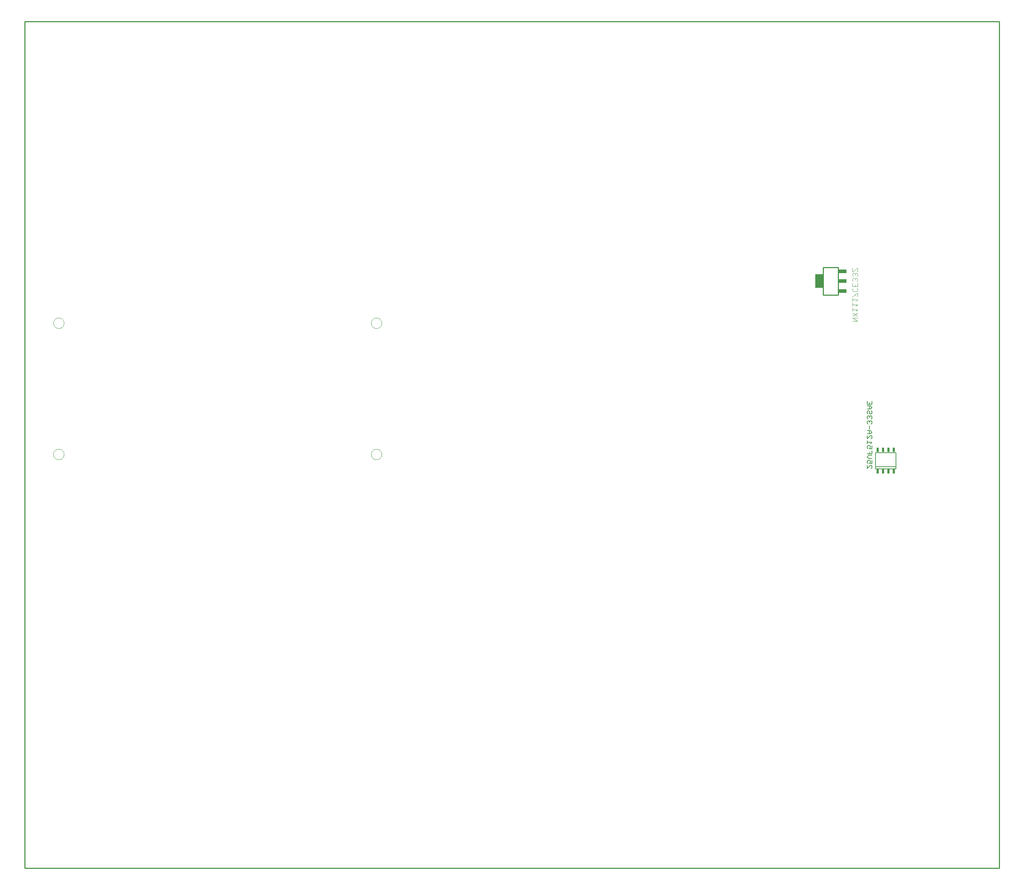
<source format=gbr>
G75*
%MOIN*%
%OFA0B0*%
%FSLAX24Y24*%
%IPPOS*%
%LPD*%
%AMOC8*
5,1,8,0,0,1.08239X$1,22.5*
%
%ADD10C,0.0100*%
%ADD11C,0.0000*%
%ADD12C,0.0080*%
%ADD13R,0.0193X0.0433*%
%ADD14C,0.0050*%
%ADD15R,0.0730X0.1260*%
%ADD16R,0.0730X0.0340*%
%ADD17C,0.0040*%
D10*
X002450Y003050D02*
X002450Y081790D01*
X093001Y081790D01*
X093001Y003050D01*
X002450Y003050D01*
X076650Y056360D02*
X078050Y056360D01*
X078050Y058940D01*
X076650Y058940D01*
X076650Y056360D01*
D11*
X034622Y053752D02*
X034624Y053796D01*
X034630Y053840D01*
X034640Y053883D01*
X034653Y053925D01*
X034671Y053965D01*
X034692Y054004D01*
X034716Y054041D01*
X034743Y054076D01*
X034774Y054108D01*
X034807Y054137D01*
X034843Y054163D01*
X034881Y054185D01*
X034921Y054204D01*
X034962Y054220D01*
X035005Y054232D01*
X035048Y054240D01*
X035092Y054244D01*
X035136Y054244D01*
X035180Y054240D01*
X035223Y054232D01*
X035266Y054220D01*
X035307Y054204D01*
X035347Y054185D01*
X035385Y054163D01*
X035421Y054137D01*
X035454Y054108D01*
X035485Y054076D01*
X035512Y054041D01*
X035536Y054004D01*
X035557Y053965D01*
X035575Y053925D01*
X035588Y053883D01*
X035598Y053840D01*
X035604Y053796D01*
X035606Y053752D01*
X035604Y053708D01*
X035598Y053664D01*
X035588Y053621D01*
X035575Y053579D01*
X035557Y053539D01*
X035536Y053500D01*
X035512Y053463D01*
X035485Y053428D01*
X035454Y053396D01*
X035421Y053367D01*
X035385Y053341D01*
X035347Y053319D01*
X035307Y053300D01*
X035266Y053284D01*
X035223Y053272D01*
X035180Y053264D01*
X035136Y053260D01*
X035092Y053260D01*
X035048Y053264D01*
X035005Y053272D01*
X034962Y053284D01*
X034921Y053300D01*
X034881Y053319D01*
X034843Y053341D01*
X034807Y053367D01*
X034774Y053396D01*
X034743Y053428D01*
X034716Y053463D01*
X034692Y053500D01*
X034671Y053539D01*
X034653Y053579D01*
X034640Y053621D01*
X034630Y053664D01*
X034624Y053708D01*
X034622Y053752D01*
X034622Y041548D02*
X034624Y041592D01*
X034630Y041636D01*
X034640Y041679D01*
X034653Y041721D01*
X034671Y041761D01*
X034692Y041800D01*
X034716Y041837D01*
X034743Y041872D01*
X034774Y041904D01*
X034807Y041933D01*
X034843Y041959D01*
X034881Y041981D01*
X034921Y042000D01*
X034962Y042016D01*
X035005Y042028D01*
X035048Y042036D01*
X035092Y042040D01*
X035136Y042040D01*
X035180Y042036D01*
X035223Y042028D01*
X035266Y042016D01*
X035307Y042000D01*
X035347Y041981D01*
X035385Y041959D01*
X035421Y041933D01*
X035454Y041904D01*
X035485Y041872D01*
X035512Y041837D01*
X035536Y041800D01*
X035557Y041761D01*
X035575Y041721D01*
X035588Y041679D01*
X035598Y041636D01*
X035604Y041592D01*
X035606Y041548D01*
X035604Y041504D01*
X035598Y041460D01*
X035588Y041417D01*
X035575Y041375D01*
X035557Y041335D01*
X035536Y041296D01*
X035512Y041259D01*
X035485Y041224D01*
X035454Y041192D01*
X035421Y041163D01*
X035385Y041137D01*
X035347Y041115D01*
X035307Y041096D01*
X035266Y041080D01*
X035223Y041068D01*
X035180Y041060D01*
X035136Y041056D01*
X035092Y041056D01*
X035048Y041060D01*
X035005Y041068D01*
X034962Y041080D01*
X034921Y041096D01*
X034881Y041115D01*
X034843Y041137D01*
X034807Y041163D01*
X034774Y041192D01*
X034743Y041224D01*
X034716Y041259D01*
X034692Y041296D01*
X034671Y041335D01*
X034653Y041375D01*
X034640Y041417D01*
X034630Y041460D01*
X034624Y041504D01*
X034622Y041548D01*
X005094Y041548D02*
X005096Y041592D01*
X005102Y041636D01*
X005112Y041679D01*
X005125Y041721D01*
X005143Y041761D01*
X005164Y041800D01*
X005188Y041837D01*
X005215Y041872D01*
X005246Y041904D01*
X005279Y041933D01*
X005315Y041959D01*
X005353Y041981D01*
X005393Y042000D01*
X005434Y042016D01*
X005477Y042028D01*
X005520Y042036D01*
X005564Y042040D01*
X005608Y042040D01*
X005652Y042036D01*
X005695Y042028D01*
X005738Y042016D01*
X005779Y042000D01*
X005819Y041981D01*
X005857Y041959D01*
X005893Y041933D01*
X005926Y041904D01*
X005957Y041872D01*
X005984Y041837D01*
X006008Y041800D01*
X006029Y041761D01*
X006047Y041721D01*
X006060Y041679D01*
X006070Y041636D01*
X006076Y041592D01*
X006078Y041548D01*
X006076Y041504D01*
X006070Y041460D01*
X006060Y041417D01*
X006047Y041375D01*
X006029Y041335D01*
X006008Y041296D01*
X005984Y041259D01*
X005957Y041224D01*
X005926Y041192D01*
X005893Y041163D01*
X005857Y041137D01*
X005819Y041115D01*
X005779Y041096D01*
X005738Y041080D01*
X005695Y041068D01*
X005652Y041060D01*
X005608Y041056D01*
X005564Y041056D01*
X005520Y041060D01*
X005477Y041068D01*
X005434Y041080D01*
X005393Y041096D01*
X005353Y041115D01*
X005315Y041137D01*
X005279Y041163D01*
X005246Y041192D01*
X005215Y041224D01*
X005188Y041259D01*
X005164Y041296D01*
X005143Y041335D01*
X005125Y041375D01*
X005112Y041417D01*
X005102Y041460D01*
X005096Y041504D01*
X005094Y041548D01*
X005094Y053752D02*
X005096Y053796D01*
X005102Y053840D01*
X005112Y053883D01*
X005125Y053925D01*
X005143Y053965D01*
X005164Y054004D01*
X005188Y054041D01*
X005215Y054076D01*
X005246Y054108D01*
X005279Y054137D01*
X005315Y054163D01*
X005353Y054185D01*
X005393Y054204D01*
X005434Y054220D01*
X005477Y054232D01*
X005520Y054240D01*
X005564Y054244D01*
X005608Y054244D01*
X005652Y054240D01*
X005695Y054232D01*
X005738Y054220D01*
X005779Y054204D01*
X005819Y054185D01*
X005857Y054163D01*
X005893Y054137D01*
X005926Y054108D01*
X005957Y054076D01*
X005984Y054041D01*
X006008Y054004D01*
X006029Y053965D01*
X006047Y053925D01*
X006060Y053883D01*
X006070Y053840D01*
X006076Y053796D01*
X006078Y053752D01*
X006076Y053708D01*
X006070Y053664D01*
X006060Y053621D01*
X006047Y053579D01*
X006029Y053539D01*
X006008Y053500D01*
X005984Y053463D01*
X005957Y053428D01*
X005926Y053396D01*
X005893Y053367D01*
X005857Y053341D01*
X005819Y053319D01*
X005779Y053300D01*
X005738Y053284D01*
X005695Y053272D01*
X005652Y053264D01*
X005608Y053260D01*
X005564Y053260D01*
X005520Y053264D01*
X005477Y053272D01*
X005434Y053284D01*
X005393Y053300D01*
X005353Y053319D01*
X005315Y053341D01*
X005279Y053367D01*
X005246Y053396D01*
X005215Y053428D01*
X005188Y053463D01*
X005164Y053500D01*
X005143Y053539D01*
X005125Y053579D01*
X005112Y053621D01*
X005102Y053664D01*
X005096Y053708D01*
X005094Y053752D01*
D12*
X081505Y041698D02*
X081505Y040399D01*
X083395Y040399D01*
X083395Y041698D01*
X081505Y041698D01*
X081505Y040399D02*
X081505Y040202D01*
X083395Y040202D01*
X083395Y040399D01*
D13*
X083200Y039946D03*
X082700Y039946D03*
X082200Y039946D03*
X081700Y039946D03*
X081700Y041954D03*
X082200Y041954D03*
X082700Y041954D03*
X083200Y041954D03*
D14*
X081175Y041906D02*
X081175Y041606D01*
X080725Y041606D01*
X080875Y041446D02*
X081175Y041446D01*
X080950Y041606D02*
X080950Y041756D01*
X080950Y042067D02*
X081025Y042217D01*
X081025Y042292D01*
X080950Y042367D01*
X080800Y042367D01*
X080725Y042292D01*
X080725Y042142D01*
X080800Y042067D01*
X080950Y042067D02*
X081175Y042067D01*
X081175Y042367D01*
X081025Y042527D02*
X081175Y042677D01*
X080725Y042677D01*
X080725Y042527D02*
X080725Y042827D01*
X080725Y042987D02*
X081025Y043288D01*
X081100Y043288D01*
X081175Y043213D01*
X081175Y043062D01*
X081100Y042987D01*
X080725Y042987D02*
X080725Y043288D01*
X080725Y043448D02*
X081025Y043448D01*
X081175Y043598D01*
X081025Y043748D01*
X080725Y043748D01*
X080950Y043748D02*
X080950Y043448D01*
X080950Y043908D02*
X080950Y044208D01*
X080800Y044369D02*
X080725Y044444D01*
X080725Y044594D01*
X080800Y044669D01*
X080875Y044669D01*
X080950Y044594D01*
X080950Y044519D01*
X080950Y044594D02*
X081025Y044669D01*
X081100Y044669D01*
X081175Y044594D01*
X081175Y044444D01*
X081100Y044369D01*
X081100Y044829D02*
X081175Y044904D01*
X081175Y045054D01*
X081100Y045129D01*
X081025Y045129D01*
X080950Y045054D01*
X080875Y045129D01*
X080800Y045129D01*
X080725Y045054D01*
X080725Y044904D01*
X080800Y044829D01*
X080950Y044979D02*
X080950Y045054D01*
X081025Y045289D02*
X080950Y045364D01*
X080950Y045515D01*
X080875Y045590D01*
X080800Y045590D01*
X080725Y045515D01*
X080725Y045364D01*
X080800Y045289D01*
X081025Y045289D02*
X081100Y045289D01*
X081175Y045364D01*
X081175Y045515D01*
X081100Y045590D01*
X081025Y045750D02*
X081175Y045900D01*
X081025Y046050D01*
X080725Y046050D01*
X080725Y046210D02*
X080725Y046510D01*
X080950Y046360D02*
X080950Y046210D01*
X080950Y046050D02*
X080950Y045750D01*
X081025Y045750D02*
X080725Y045750D01*
X080725Y046210D02*
X081175Y046210D01*
X081175Y046510D01*
X080875Y041446D02*
X080725Y041296D01*
X080875Y041146D01*
X081175Y041146D01*
X081175Y040986D02*
X081175Y040685D01*
X080950Y040685D01*
X081025Y040836D01*
X081025Y040911D01*
X080950Y040986D01*
X080800Y040986D01*
X080725Y040911D01*
X080725Y040760D01*
X080800Y040685D01*
X080725Y040525D02*
X080725Y040225D01*
X081025Y040525D01*
X081100Y040525D01*
X081175Y040450D01*
X081175Y040300D01*
X081100Y040225D01*
D15*
X076275Y057650D03*
X076275Y057650D03*
D16*
X078425Y057650D03*
X078425Y057650D03*
X078425Y056740D03*
X078425Y056740D03*
X078425Y058560D03*
X078425Y058560D03*
D17*
X079370Y058540D02*
X079370Y058847D01*
X079370Y058540D02*
X079447Y058540D01*
X079754Y058847D01*
X079830Y058847D01*
X079830Y058540D01*
X079754Y058386D02*
X079677Y058386D01*
X079600Y058309D01*
X079523Y058386D01*
X079447Y058386D01*
X079370Y058309D01*
X079370Y058156D01*
X079447Y058079D01*
X079447Y057926D02*
X079370Y057849D01*
X079370Y057696D01*
X079447Y057619D01*
X079370Y057465D02*
X079370Y057158D01*
X079830Y057158D01*
X079830Y057465D01*
X079754Y057619D02*
X079830Y057696D01*
X079830Y057849D01*
X079754Y057926D01*
X079677Y057926D01*
X079600Y057849D01*
X079523Y057926D01*
X079447Y057926D01*
X079600Y057849D02*
X079600Y057772D01*
X079754Y058079D02*
X079830Y058156D01*
X079830Y058309D01*
X079754Y058386D01*
X079600Y058309D02*
X079600Y058233D01*
X079600Y057312D02*
X079600Y057158D01*
X079447Y057005D02*
X079370Y056928D01*
X079370Y056775D01*
X079447Y056698D01*
X079754Y056698D01*
X079830Y056775D01*
X079830Y056928D01*
X079754Y057005D01*
X079754Y056545D02*
X079447Y056238D01*
X079370Y056238D01*
X079370Y056084D02*
X079370Y055777D01*
X079370Y055624D02*
X079370Y055317D01*
X079370Y055470D02*
X079830Y055470D01*
X079677Y055317D01*
X079830Y055010D02*
X079370Y055010D01*
X079370Y055163D02*
X079370Y054856D01*
X079370Y054703D02*
X079830Y054396D01*
X079830Y054243D02*
X079370Y054243D01*
X079830Y053936D01*
X079370Y053936D01*
X079370Y054396D02*
X079830Y054703D01*
X079677Y054856D02*
X079830Y055010D01*
X079677Y055777D02*
X079830Y055931D01*
X079370Y055931D01*
X079830Y056238D02*
X079830Y056545D01*
X079754Y056545D01*
M02*

</source>
